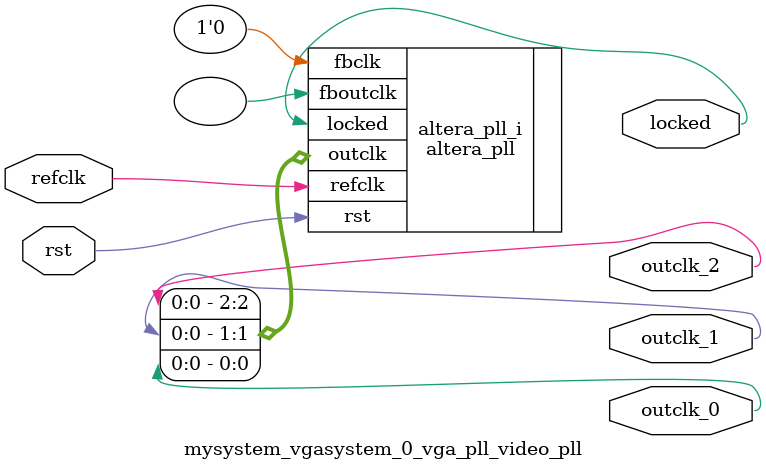
<source format=v>
`timescale 1ns/10ps
module  mysystem_vgasystem_0_vga_pll_video_pll(

	// interface 'refclk'
	input wire refclk,

	// interface 'reset'
	input wire rst,

	// interface 'outclk0'
	output wire outclk_0,

	// interface 'outclk1'
	output wire outclk_1,

	// interface 'outclk2'
	output wire outclk_2,

	// interface 'locked'
	output wire locked
);

	altera_pll #(
		.fractional_vco_multiplier("false"),
		.reference_clock_frequency("50.0 MHz"),
		.operation_mode("direct"),
		.number_of_clocks(3),
		.output_clock_frequency0("25.000000 MHz"),
		.phase_shift0("0 ps"),
		.duty_cycle0(50),
		.output_clock_frequency1("25.000000 MHz"),
		.phase_shift1("0 ps"),
		.duty_cycle1(50),
		.output_clock_frequency2("33.000000 MHz"),
		.phase_shift2("0 ps"),
		.duty_cycle2(50),
		.output_clock_frequency3("0 MHz"),
		.phase_shift3("0 ps"),
		.duty_cycle3(50),
		.output_clock_frequency4("0 MHz"),
		.phase_shift4("0 ps"),
		.duty_cycle4(50),
		.output_clock_frequency5("0 MHz"),
		.phase_shift5("0 ps"),
		.duty_cycle5(50),
		.output_clock_frequency6("0 MHz"),
		.phase_shift6("0 ps"),
		.duty_cycle6(50),
		.output_clock_frequency7("0 MHz"),
		.phase_shift7("0 ps"),
		.duty_cycle7(50),
		.output_clock_frequency8("0 MHz"),
		.phase_shift8("0 ps"),
		.duty_cycle8(50),
		.output_clock_frequency9("0 MHz"),
		.phase_shift9("0 ps"),
		.duty_cycle9(50),
		.output_clock_frequency10("0 MHz"),
		.phase_shift10("0 ps"),
		.duty_cycle10(50),
		.output_clock_frequency11("0 MHz"),
		.phase_shift11("0 ps"),
		.duty_cycle11(50),
		.output_clock_frequency12("0 MHz"),
		.phase_shift12("0 ps"),
		.duty_cycle12(50),
		.output_clock_frequency13("0 MHz"),
		.phase_shift13("0 ps"),
		.duty_cycle13(50),
		.output_clock_frequency14("0 MHz"),
		.phase_shift14("0 ps"),
		.duty_cycle14(50),
		.output_clock_frequency15("0 MHz"),
		.phase_shift15("0 ps"),
		.duty_cycle15(50),
		.output_clock_frequency16("0 MHz"),
		.phase_shift16("0 ps"),
		.duty_cycle16(50),
		.output_clock_frequency17("0 MHz"),
		.phase_shift17("0 ps"),
		.duty_cycle17(50),
		.pll_type("General"),
		.pll_subtype("General")
	) altera_pll_i (
		.rst	(rst),
		.outclk	({outclk_2, outclk_1, outclk_0}),
		.locked	(locked),
		.fboutclk	( ),
		.fbclk	(1'b0),
		.refclk	(refclk)
	);
endmodule


</source>
